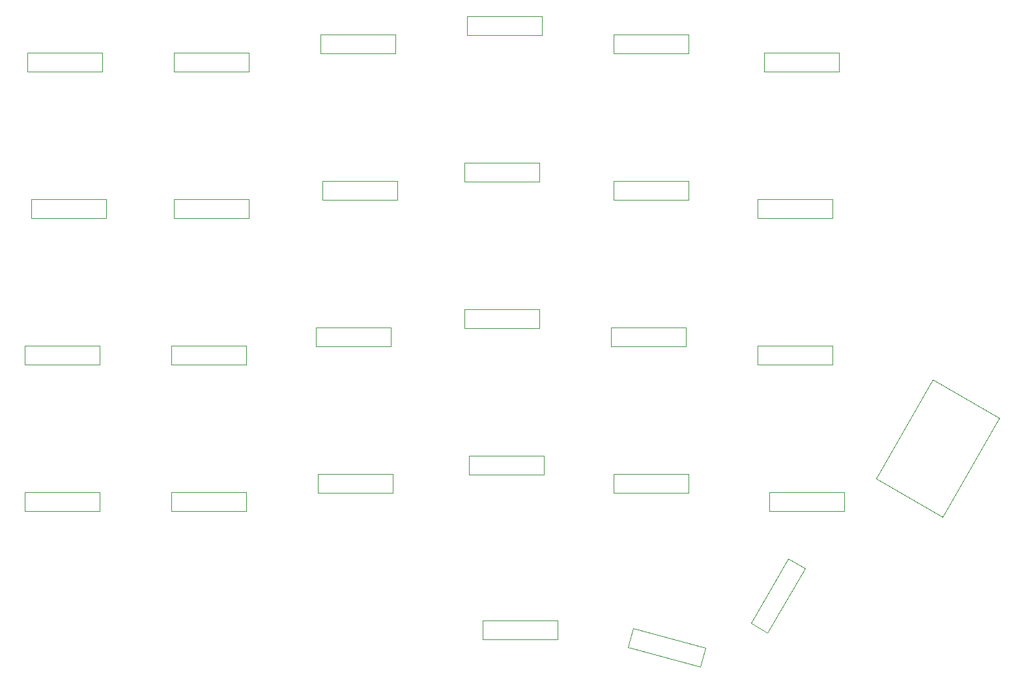
<source format=gbr>
G04 #@! TF.GenerationSoftware,KiCad,Pcbnew,8.0.4*
G04 #@! TF.CreationDate,2024-09-10T03:21:52+03:00*
G04 #@! TF.ProjectId,silakka54,73696c61-6b6b-4613-9534-2e6b69636164,rev?*
G04 #@! TF.SameCoordinates,Original*
G04 #@! TF.FileFunction,Other,User*
%FSLAX46Y46*%
G04 Gerber Fmt 4.6, Leading zero omitted, Abs format (unit mm)*
G04 Created by KiCad (PCBNEW 8.0.4) date 2024-09-10 03:21:52*
%MOMM*%
%LPD*%
G01*
G04 APERTURE LIST*
%ADD10C,0.050000*%
G04 APERTURE END LIST*
D10*
G04 #@! TO.C,D18*
X130258750Y-86856250D02*
X130258750Y-89356250D01*
X130258750Y-89356250D02*
X139978750Y-89356250D01*
X139978750Y-86856250D02*
X130258750Y-86856250D01*
X139978750Y-89356250D02*
X139978750Y-86856250D01*
G04 #@! TO.C,D9*
X73708750Y-65425000D02*
X73708750Y-67925000D01*
X73708750Y-67925000D02*
X83428750Y-67925000D01*
X83428750Y-65425000D02*
X73708750Y-65425000D01*
X83428750Y-67925000D02*
X83428750Y-65425000D01*
G04 #@! TO.C,D5*
X111558749Y-46375001D02*
X111558749Y-48875001D01*
X111558749Y-48875001D02*
X121278749Y-48875001D01*
X121278749Y-46375001D02*
X111558749Y-46375001D01*
X121278749Y-48875001D02*
X121278749Y-46375001D01*
G04 #@! TO.C,D27*
X129399968Y-122949492D02*
X131565032Y-124199492D01*
X131565032Y-124199492D02*
X136425032Y-115781725D01*
X134259968Y-114531725D02*
X129399968Y-122949492D01*
X136425032Y-115781725D02*
X134259968Y-114531725D01*
G04 #@! TO.C,D25*
X94540002Y-122575001D02*
X94540002Y-125075001D01*
X94540002Y-125075001D02*
X104260002Y-125075001D01*
X104260002Y-122575001D02*
X94540002Y-122575001D01*
X104260002Y-125075001D02*
X104260002Y-122575001D01*
G04 #@! TO.C,D16*
X92158750Y-82093750D02*
X92158750Y-84593750D01*
X92158750Y-84593750D02*
X101878750Y-84593750D01*
X101878750Y-82093750D02*
X92158750Y-82093750D01*
X101878750Y-84593750D02*
X101878750Y-82093750D01*
G04 #@! TO.C,D21*
X73108752Y-103525001D02*
X73108752Y-106025001D01*
X73108752Y-106025001D02*
X82828752Y-106025001D01*
X82828752Y-103525001D02*
X73108752Y-103525001D01*
X82828752Y-106025001D02*
X82828752Y-103525001D01*
G04 #@! TO.C,D14*
X54058750Y-86856250D02*
X54058750Y-89356250D01*
X54058750Y-89356250D02*
X63778750Y-89356250D01*
X63778750Y-86856250D02*
X54058750Y-86856250D01*
X63778750Y-89356250D02*
X63778750Y-86856250D01*
G04 #@! TO.C,J1*
X145658200Y-104098296D02*
X154318454Y-109098293D01*
X153058202Y-91281119D02*
X145658200Y-104098296D01*
X153058202Y-91281119D02*
X161718455Y-96281121D01*
X161718455Y-96281121D02*
X154318454Y-109098293D01*
G04 #@! TO.C,D3*
X73458749Y-46375000D02*
X73458749Y-48875000D01*
X73458749Y-48875000D02*
X83178749Y-48875000D01*
X83178749Y-46375000D02*
X73458749Y-46375000D01*
X83178749Y-48875000D02*
X83178749Y-46375000D01*
G04 #@! TO.C,D1*
X35358749Y-48756251D02*
X35358749Y-51256251D01*
X35358749Y-51256251D02*
X45078749Y-51256251D01*
X45078749Y-48756251D02*
X35358749Y-48756251D01*
X45078749Y-51256251D02*
X45078749Y-48756251D01*
G04 #@! TO.C,D7*
X35858750Y-67806250D02*
X35858750Y-70306250D01*
X35858750Y-70306250D02*
X45578750Y-70306250D01*
X45578750Y-67806250D02*
X35858750Y-67806250D01*
X45578750Y-70306250D02*
X45578750Y-67806250D01*
G04 #@! TO.C,D17*
X111208752Y-84475001D02*
X111208752Y-86975001D01*
X111208752Y-86975001D02*
X120928752Y-86975001D01*
X120928752Y-84475001D02*
X111208752Y-84475001D01*
X120928752Y-86975001D02*
X120928752Y-84475001D01*
G04 #@! TO.C,D2*
X54408749Y-48756250D02*
X54408749Y-51256250D01*
X54408749Y-51256250D02*
X64128749Y-51256250D01*
X64128749Y-48756250D02*
X54408749Y-48756250D01*
X64128749Y-51256250D02*
X64128749Y-48756250D01*
G04 #@! TO.C,D19*
X35008752Y-105906251D02*
X35008752Y-108406251D01*
X35008752Y-108406251D02*
X44728752Y-108406251D01*
X44728752Y-105906251D02*
X35008752Y-105906251D01*
X44728752Y-108406251D02*
X44728752Y-105906251D01*
G04 #@! TO.C,D10*
X92158752Y-63043751D02*
X92158752Y-65543751D01*
X92158752Y-65543751D02*
X101878752Y-65543751D01*
X101878752Y-63043751D02*
X92158752Y-63043751D01*
X101878752Y-65543751D02*
X101878752Y-63043751D01*
G04 #@! TO.C,D22*
X92771249Y-101143751D02*
X92771249Y-103643751D01*
X92771249Y-103643751D02*
X102491249Y-103643751D01*
X102491249Y-101143751D02*
X92771249Y-101143751D01*
X102491249Y-103643751D02*
X102491249Y-101143751D01*
G04 #@! TO.C,D15*
X72908751Y-84475000D02*
X72908751Y-86975000D01*
X72908751Y-86975000D02*
X82628751Y-86975000D01*
X82628751Y-84475000D02*
X72908751Y-84475000D01*
X82628751Y-86975000D02*
X82628751Y-84475000D01*
G04 #@! TO.C,D23*
X111558749Y-103525001D02*
X111558749Y-106025001D01*
X111558749Y-106025001D02*
X121278749Y-106025001D01*
X121278749Y-103525001D02*
X111558749Y-103525001D01*
X121278749Y-106025001D02*
X121278749Y-103525001D01*
G04 #@! TO.C,D4*
X92508749Y-43993751D02*
X92508749Y-46493751D01*
X92508749Y-46493751D02*
X102228749Y-46493751D01*
X102228749Y-43993751D02*
X92508749Y-43993751D01*
X102228749Y-46493751D02*
X102228749Y-43993751D01*
G04 #@! TO.C,D26*
X113444002Y-126065210D02*
X122832801Y-128580931D01*
X114091050Y-123650396D02*
X113444002Y-126065210D01*
X122832801Y-128580931D02*
X123479849Y-126166117D01*
X123479849Y-126166117D02*
X114091050Y-123650396D01*
G04 #@! TO.C,D20*
X54058750Y-105906250D02*
X54058750Y-108406250D01*
X54058750Y-108406250D02*
X63778750Y-108406250D01*
X63778750Y-105906250D02*
X54058750Y-105906250D01*
X63778750Y-108406250D02*
X63778750Y-105906250D01*
G04 #@! TO.C,D24*
X131823750Y-105906250D02*
X131823750Y-108406250D01*
X131823750Y-108406250D02*
X141543750Y-108406250D01*
X141543750Y-105906250D02*
X131823750Y-105906250D01*
X141543750Y-108406250D02*
X141543750Y-105906250D01*
G04 #@! TO.C,D13*
X35008752Y-86856251D02*
X35008752Y-89356251D01*
X35008752Y-89356251D02*
X44728752Y-89356251D01*
X44728752Y-86856251D02*
X35008752Y-86856251D01*
X44728752Y-89356251D02*
X44728752Y-86856251D01*
G04 #@! TO.C,D8*
X54408749Y-67806251D02*
X54408749Y-70306251D01*
X54408749Y-70306251D02*
X64128749Y-70306251D01*
X64128749Y-67806251D02*
X54408749Y-67806251D01*
X64128749Y-70306251D02*
X64128749Y-67806251D01*
G04 #@! TO.C,D12*
X130258752Y-67806251D02*
X130258752Y-70306251D01*
X130258752Y-70306251D02*
X139978752Y-70306251D01*
X139978752Y-67806251D02*
X130258752Y-67806251D01*
X139978752Y-70306251D02*
X139978752Y-67806251D01*
G04 #@! TO.C,D6*
X131108750Y-48756250D02*
X131108750Y-51256250D01*
X131108750Y-51256250D02*
X140828750Y-51256250D01*
X140828750Y-48756250D02*
X131108750Y-48756250D01*
X140828750Y-51256250D02*
X140828750Y-48756250D01*
G04 #@! TO.C,D11*
X111558749Y-65425001D02*
X111558749Y-67925001D01*
X111558749Y-67925001D02*
X121278749Y-67925001D01*
X121278749Y-65425001D02*
X111558749Y-65425001D01*
X121278749Y-67925001D02*
X121278749Y-65425001D01*
G04 #@! TD*
M02*

</source>
